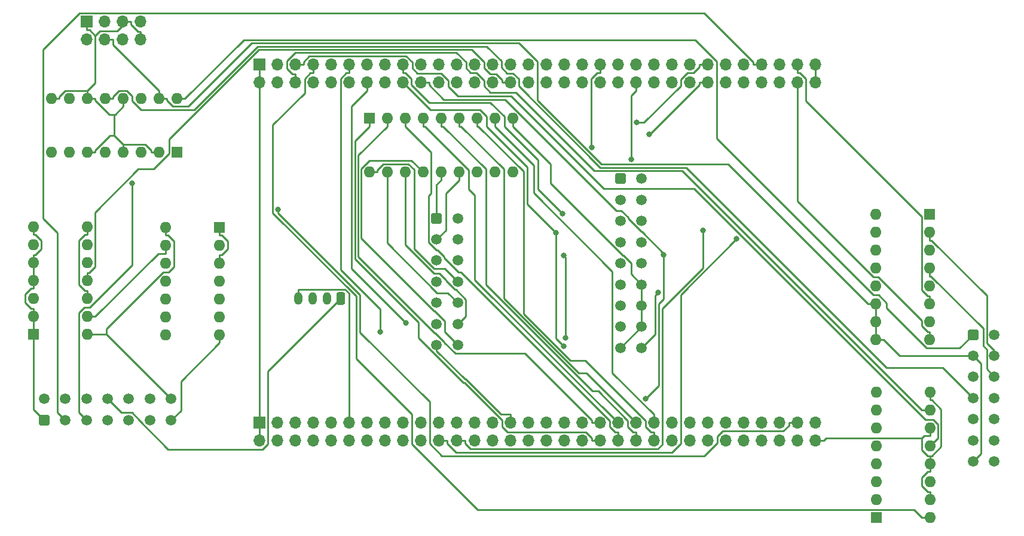
<source format=gbr>
%TF.GenerationSoftware,KiCad,Pcbnew,(6.0.9)*%
%TF.CreationDate,2022-12-05T20:20:54+01:00*%
%TF.ProjectId,projekt,70726f6a-656b-4742-9e6b-696361645f70,rev?*%
%TF.SameCoordinates,Original*%
%TF.FileFunction,Copper,L2,Bot*%
%TF.FilePolarity,Positive*%
%FSLAX46Y46*%
G04 Gerber Fmt 4.6, Leading zero omitted, Abs format (unit mm)*
G04 Created by KiCad (PCBNEW (6.0.9)) date 2022-12-05 20:20:54*
%MOMM*%
%LPD*%
G01*
G04 APERTURE LIST*
G04 Aperture macros list*
%AMRoundRect*
0 Rectangle with rounded corners*
0 $1 Rounding radius*
0 $2 $3 $4 $5 $6 $7 $8 $9 X,Y pos of 4 corners*
0 Add a 4 corners polygon primitive as box body*
4,1,4,$2,$3,$4,$5,$6,$7,$8,$9,$2,$3,0*
0 Add four circle primitives for the rounded corners*
1,1,$1+$1,$2,$3*
1,1,$1+$1,$4,$5*
1,1,$1+$1,$6,$7*
1,1,$1+$1,$8,$9*
0 Add four rect primitives between the rounded corners*
20,1,$1+$1,$2,$3,$4,$5,0*
20,1,$1+$1,$4,$5,$6,$7,0*
20,1,$1+$1,$6,$7,$8,$9,0*
20,1,$1+$1,$8,$9,$2,$3,0*%
G04 Aperture macros list end*
%TA.AperFunction,ComponentPad*%
%ADD10R,1.700000X1.700000*%
%TD*%
%TA.AperFunction,ComponentPad*%
%ADD11O,1.700000X1.700000*%
%TD*%
%TA.AperFunction,ComponentPad*%
%ADD12R,1.600000X1.600000*%
%TD*%
%TA.AperFunction,ComponentPad*%
%ADD13O,1.600000X1.600000*%
%TD*%
%TA.AperFunction,ComponentPad*%
%ADD14RoundRect,0.250000X0.350000X0.650000X-0.350000X0.650000X-0.350000X-0.650000X0.350000X-0.650000X0*%
%TD*%
%TA.AperFunction,ComponentPad*%
%ADD15O,1.200000X1.800000*%
%TD*%
%TA.AperFunction,ComponentPad*%
%ADD16RoundRect,0.250001X-0.499999X0.499999X-0.499999X-0.499999X0.499999X-0.499999X0.499999X0.499999X0*%
%TD*%
%TA.AperFunction,ComponentPad*%
%ADD17C,1.500000*%
%TD*%
%TA.AperFunction,ComponentPad*%
%ADD18RoundRect,0.250001X-0.499999X-0.499999X0.499999X-0.499999X0.499999X0.499999X-0.499999X0.499999X0*%
%TD*%
%TA.AperFunction,ViaPad*%
%ADD19C,0.800000*%
%TD*%
%TA.AperFunction,Conductor*%
%ADD20C,0.250000*%
%TD*%
G04 APERTURE END LIST*
D10*
%TO.P,P2,1,Pin_1*%
%TO.N,+3.3V*%
X58716000Y-83150000D03*
D11*
%TO.P,P2,2,Pin_2*%
X58716000Y-85690000D03*
%TO.P,P2,3,Pin_3*%
%TO.N,unconnected-(P2-Pad3)*%
X61256000Y-83150000D03*
%TO.P,P2,4,Pin_4*%
%TO.N,unconnected-(P2-Pad4)*%
X61256000Y-85690000D03*
%TO.P,P2,5,Pin_5*%
%TO.N,unconnected-(P2-Pad5)*%
X63796000Y-83150000D03*
%TO.P,P2,6,Pin_6*%
%TO.N,unconnected-(P2-Pad6)*%
X63796000Y-85690000D03*
%TO.P,P2,7,Pin_7*%
%TO.N,unconnected-(P2-Pad7)*%
X66336000Y-83150000D03*
%TO.P,P2,8,Pin_8*%
%TO.N,unconnected-(P2-Pad8)*%
X66336000Y-85690000D03*
%TO.P,P2,9,Pin_9*%
%TO.N,unconnected-(P2-Pad9)*%
X68876000Y-83150000D03*
%TO.P,P2,10,Pin_10*%
%TO.N,unconnected-(P2-Pad10)*%
X68876000Y-85690000D03*
%TO.P,P2,11,Pin_11*%
%TO.N,GND*%
X71416000Y-83150000D03*
%TO.P,P2,12,Pin_12*%
%TO.N,unconnected-(P2-Pad12)*%
X71416000Y-85690000D03*
%TO.P,P2,13,Pin_13*%
%TO.N,unconnected-(P2-Pad13)*%
X73956000Y-83150000D03*
%TO.P,P2,14,Pin_14*%
%TO.N,unconnected-(P2-Pad14)*%
X73956000Y-85690000D03*
%TO.P,P2,15,Pin_15*%
%TO.N,unconnected-(P2-Pad15)*%
X76496000Y-83150000D03*
%TO.P,P2,16,Pin_16*%
%TO.N,unconnected-(P2-Pad16)*%
X76496000Y-85690000D03*
%TO.P,P2,17,Pin_17*%
%TO.N,unconnected-(P2-Pad17)*%
X79036000Y-83150000D03*
%TO.P,P2,18,Pin_18*%
%TO.N,unconnected-(P2-Pad18)*%
X79036000Y-85690000D03*
%TO.P,P2,19,Pin_19*%
%TO.N,unconnected-(P2-Pad19)*%
X81576000Y-83150000D03*
%TO.P,P2,20,Pin_20*%
%TO.N,unconnected-(P2-Pad20)*%
X81576000Y-85690000D03*
%TO.P,P2,21,Pin_21*%
%TO.N,unconnected-(P2-Pad21)*%
X84116000Y-83150000D03*
%TO.P,P2,22,Pin_22*%
%TO.N,HSYNC*%
X84116000Y-85690000D03*
%TO.P,P2,23,Pin_23*%
%TO.N,unconnected-(P2-Pad23)*%
X86656000Y-83150000D03*
%TO.P,P2,24,Pin_24*%
%TO.N,PCLK*%
X86656000Y-85690000D03*
%TO.P,P2,25,Pin_25*%
%TO.N,unconnected-(P2-Pad25)*%
X89196000Y-83150000D03*
%TO.P,P2,26,Pin_26*%
%TO.N,unconnected-(P2-Pad26)*%
X89196000Y-85690000D03*
%TO.P,P2,27,Pin_27*%
%TO.N,unconnected-(P2-Pad27)*%
X91736000Y-83150000D03*
%TO.P,P2,28,Pin_28*%
%TO.N,unconnected-(P2-Pad28)*%
X91736000Y-85690000D03*
%TO.P,P2,29,Pin_29*%
%TO.N,GND*%
X94276000Y-83150000D03*
%TO.P,P2,30,Pin_30*%
%TO.N,unconnected-(P2-Pad30)*%
X94276000Y-85690000D03*
%TO.P,P2,31,Pin_31*%
%TO.N,unconnected-(P2-Pad31)*%
X96816000Y-83150000D03*
%TO.P,P2,32,Pin_32*%
%TO.N,unconnected-(P2-Pad32)*%
X96816000Y-85690000D03*
%TO.P,P2,33,Pin_33*%
%TO.N,unconnected-(P2-Pad33)*%
X99356000Y-83150000D03*
%TO.P,P2,34,Pin_34*%
%TO.N,unconnected-(P2-Pad34)*%
X99356000Y-85690000D03*
%TO.P,P2,35,Pin_35*%
%TO.N,unconnected-(P2-Pad35)*%
X101896000Y-83150000D03*
%TO.P,P2,36,Pin_36*%
%TO.N,unconnected-(P2-Pad36)*%
X101896000Y-85690000D03*
%TO.P,P2,37,Pin_37*%
%TO.N,unconnected-(P2-Pad37)*%
X104436000Y-83150000D03*
%TO.P,P2,38,Pin_38*%
%TO.N,unconnected-(P2-Pad38)*%
X104436000Y-85690000D03*
%TO.P,P2,39,Pin_39*%
%TO.N,S1.2*%
X106976000Y-83150000D03*
%TO.P,P2,40,Pin_40*%
%TO.N,S1.1*%
X106976000Y-85690000D03*
%TO.P,P2,41,Pin_41*%
%TO.N,S1.4*%
X109516000Y-83150000D03*
%TO.P,P2,42,Pin_42*%
%TO.N,S1.3*%
X109516000Y-85690000D03*
%TO.P,P2,43,Pin_43*%
%TO.N,S2.2*%
X112056000Y-83150000D03*
%TO.P,P2,44,Pin_44*%
%TO.N,S2.1*%
X112056000Y-85690000D03*
%TO.P,P2,45,Pin_45*%
%TO.N,S2.4*%
X114596000Y-83150000D03*
%TO.P,P2,46,Pin_46*%
%TO.N,S2.3*%
X114596000Y-85690000D03*
%TO.P,P2,47,Pin_47*%
%TO.N,unconnected-(P2-Pad47)*%
X117136000Y-83150000D03*
%TO.P,P2,48,Pin_48*%
%TO.N,unconnected-(P2-Pad48)*%
X117136000Y-85690000D03*
%TO.P,P2,49,Pin_49*%
%TO.N,unconnected-(P2-Pad49)*%
X119676000Y-83150000D03*
%TO.P,P2,50,Pin_50*%
%TO.N,unconnected-(P2-Pad50)*%
X119676000Y-85690000D03*
%TO.P,P2,51,Pin_51*%
%TO.N,unconnected-(P2-Pad51)*%
X122216000Y-83150000D03*
%TO.P,P2,52,Pin_52*%
%TO.N,unconnected-(P2-Pad52)*%
X122216000Y-85690000D03*
%TO.P,P2,53,Pin_53*%
%TO.N,unconnected-(P2-Pad53)*%
X124756000Y-83150000D03*
%TO.P,P2,54,Pin_54*%
%TO.N,unconnected-(P2-Pad54)*%
X124756000Y-85690000D03*
%TO.P,P2,55,Pin_55*%
%TO.N,unconnected-(P2-Pad55)*%
X127296000Y-83150000D03*
%TO.P,P2,56,Pin_56*%
%TO.N,unconnected-(P2-Pad56)*%
X127296000Y-85690000D03*
%TO.P,P2,57,Pin_57*%
%TO.N,unconnected-(P2-Pad57)*%
X129836000Y-83150000D03*
%TO.P,P2,58,Pin_58*%
%TO.N,unconnected-(P2-Pad58)*%
X129836000Y-85690000D03*
%TO.P,P2,59,Pin_59*%
%TO.N,unconnected-(P2-Pad59)*%
X132376000Y-83150000D03*
%TO.P,P2,60,Pin_60*%
%TO.N,unconnected-(P2-Pad60)*%
X132376000Y-85690000D03*
%TO.P,P2,61,Pin_61*%
%TO.N,uCOpt*%
X134916000Y-83150000D03*
%TO.P,P2,62,Pin_62*%
%TO.N,czujnik indukcyjny*%
X134916000Y-85690000D03*
%TO.P,P2,63,Pin_63*%
%TO.N,GND*%
X137456000Y-83150000D03*
%TO.P,P2,64,Pin_64*%
X137456000Y-85690000D03*
%TD*%
D10*
%TO.P,J2,1,Pin_1*%
%TO.N,GND*%
X34300000Y-26269000D03*
D11*
%TO.P,J2,2,Pin_2*%
%TO.N,Net-(J2-Pad2)*%
X34300000Y-28809000D03*
%TO.P,J2,3,Pin_3*%
%TO.N,Net-(J2-Pad3)*%
X36840000Y-26269000D03*
%TO.P,J2,4,Pin_4*%
%TO.N,GNDPWR*%
X36840000Y-28809000D03*
%TO.P,J2,5,Pin_5*%
%TO.N,GND*%
X39380000Y-26269000D03*
%TO.P,J2,6,Pin_6*%
%TO.N,Net-(J2-Pad6)*%
X39380000Y-28809000D03*
%TO.P,J2,7,Pin_7*%
%TO.N,Net-(J2-Pad7)*%
X41920000Y-26269000D03*
%TO.P,J2,8,Pin_8*%
%TO.N,GND*%
X41920000Y-28809000D03*
%TD*%
D10*
%TO.P,P1,1,Pin_1*%
%TO.N,+3.3V*%
X58715000Y-32344000D03*
D11*
%TO.P,P1,2,Pin_2*%
X58715000Y-34884000D03*
%TO.P,P1,3,Pin_3*%
%TO.N,PLC 1*%
X61255000Y-32344000D03*
%TO.P,P1,4,Pin_4*%
%TO.N,PLC4*%
X61255000Y-34884000D03*
%TO.P,P1,5,Pin_5*%
%TO.N,PLC2*%
X63795000Y-32344000D03*
%TO.P,P1,6,Pin_6*%
%TO.N,PLC5*%
X63795000Y-34884000D03*
%TO.P,P1,7,Pin_7*%
%TO.N,PLC3*%
X66335000Y-32344000D03*
%TO.P,P1,8,Pin_8*%
%TO.N,PLC6*%
X66335000Y-34884000D03*
%TO.P,P1,9,Pin_9*%
%TO.N,unconnected-(P1-Pad9)*%
X68875000Y-32344000D03*
%TO.P,P1,10,Pin_10*%
%TO.N,unconnected-(P1-Pad10)*%
X68875000Y-34884000D03*
%TO.P,P1,11,Pin_11*%
%TO.N,D7*%
X71415000Y-32344000D03*
%TO.P,P1,12,Pin_12*%
%TO.N,unconnected-(P1-Pad12)*%
X71415000Y-34884000D03*
%TO.P,P1,13,Pin_13*%
%TO.N,unconnected-(P1-Pad13)*%
X73955000Y-32344000D03*
%TO.P,P1,14,Pin_14*%
%TO.N,D6*%
X73955000Y-34884000D03*
%TO.P,P1,15,Pin_15*%
%TO.N,unconnected-(P1-Pad15)*%
X76495000Y-32344000D03*
%TO.P,P1,16,Pin_16*%
%TO.N,unconnected-(P1-Pad16)*%
X76495000Y-34884000D03*
%TO.P,P1,17,Pin_17*%
%TO.N,D2*%
X79035000Y-32344000D03*
%TO.P,P1,18,Pin_18*%
%TO.N,D3*%
X79035000Y-34884000D03*
%TO.P,P1,19,Pin_19*%
%TO.N,SCL*%
X81575000Y-32344000D03*
%TO.P,P1,20,Pin_20*%
%TO.N,SDA*%
X81575000Y-34884000D03*
%TO.P,P1,21,Pin_21*%
%TO.N,unconnected-(P1-Pad21)*%
X84115000Y-32344000D03*
%TO.P,P1,22,Pin_22*%
%TO.N,unconnected-(P1-Pad22)*%
X84115000Y-34884000D03*
%TO.P,P1,23,Pin_23*%
%TO.N,unconnected-(P1-Pad23)*%
X86655000Y-32344000D03*
%TO.P,P1,24,Pin_24*%
%TO.N,unconnected-(P1-Pad24)*%
X86655000Y-34884000D03*
%TO.P,P1,25,Pin_25*%
%TO.N,unconnected-(P1-Pad25)*%
X89195000Y-32344000D03*
%TO.P,P1,26,Pin_26*%
%TO.N,unconnected-(P1-Pad26)*%
X89195000Y-34884000D03*
%TO.P,P1,27,Pin_27*%
%TO.N,Net-(P1-Pad27)*%
X91735000Y-32344000D03*
%TO.P,P1,28,Pin_28*%
%TO.N,unconnected-(P1-Pad28)*%
X91735000Y-34884000D03*
%TO.P,P1,29,Pin_29*%
%TO.N,unconnected-(P1-Pad29)*%
X94275000Y-32344000D03*
%TO.P,P1,30,Pin_30*%
%TO.N,PG14*%
X94275000Y-34884000D03*
%TO.P,P1,31,Pin_31*%
%TO.N,unconnected-(P1-Pad31)*%
X96815000Y-32344000D03*
%TO.P,P1,32,Pin_32*%
%TO.N,unconnected-(P1-Pad32)*%
X96815000Y-34884000D03*
%TO.P,P1,33,Pin_33*%
%TO.N,unconnected-(P1-Pad33)*%
X99355000Y-32344000D03*
%TO.P,P1,34,Pin_34*%
%TO.N,unconnected-(P1-Pad34)*%
X99355000Y-34884000D03*
%TO.P,P1,35,Pin_35*%
%TO.N,unconnected-(P1-Pad35)*%
X101895000Y-32344000D03*
%TO.P,P1,36,Pin_36*%
%TO.N,unconnected-(P1-Pad36)*%
X101895000Y-34884000D03*
%TO.P,P1,37,Pin_37*%
%TO.N,unconnected-(P1-Pad37)*%
X104435000Y-32344000D03*
%TO.P,P1,38,Pin_38*%
%TO.N,unconnected-(P1-Pad38)*%
X104435000Y-34884000D03*
%TO.P,P1,39,Pin_39*%
%TO.N,D5*%
X106975000Y-32344000D03*
%TO.P,P1,40,Pin_40*%
%TO.N,unconnected-(P1-Pad40)*%
X106975000Y-34884000D03*
%TO.P,P1,41,Pin_41*%
%TO.N,unconnected-(P1-Pad41)*%
X109515000Y-32344000D03*
%TO.P,P1,42,Pin_42*%
%TO.N,unconnected-(P1-Pad42)*%
X109515000Y-34884000D03*
%TO.P,P1,43,Pin_43*%
%TO.N,unconnected-(P1-Pad43)*%
X112055000Y-32344000D03*
%TO.P,P1,44,Pin_44*%
%TO.N,D4*%
X112055000Y-34884000D03*
%TO.P,P1,45,Pin_45*%
%TO.N,unconnected-(P1-Pad45)*%
X114595000Y-32344000D03*
%TO.P,P1,46,Pin_46*%
%TO.N,unconnected-(P1-Pad46)*%
X114595000Y-34884000D03*
%TO.P,P1,47,Pin_47*%
%TO.N,unconnected-(P1-Pad47)*%
X117135000Y-32344000D03*
%TO.P,P1,48,Pin_48*%
%TO.N,unconnected-(P1-Pad48)*%
X117135000Y-34884000D03*
%TO.P,P1,49,Pin_49*%
%TO.N,unconnected-(P1-Pad49)*%
X119675000Y-32344000D03*
%TO.P,P1,50,Pin_50*%
%TO.N,unconnected-(P1-Pad50)*%
X119675000Y-34884000D03*
%TO.P,P1,51,Pin_51*%
%TO.N,D1*%
X122215000Y-32344000D03*
%TO.P,P1,52,Pin_52*%
%TO.N,D0*%
X122215000Y-34884000D03*
%TO.P,P1,53,Pin_53*%
%TO.N,unconnected-(P1-Pad53)*%
X124755000Y-32344000D03*
%TO.P,P1,54,Pin_54*%
%TO.N,unconnected-(P1-Pad54)*%
X124755000Y-34884000D03*
%TO.P,P1,55,Pin_55*%
%TO.N,unconnected-(P1-Pad55)*%
X127295000Y-32344000D03*
%TO.P,P1,56,Pin_56*%
%TO.N,unconnected-(P1-Pad56)*%
X127295000Y-34884000D03*
%TO.P,P1,57,Pin_57*%
%TO.N,PWM*%
X129835000Y-32344000D03*
%TO.P,P1,58,Pin_58*%
%TO.N,unconnected-(P1-Pad58)*%
X129835000Y-34884000D03*
%TO.P,P1,59,Pin_59*%
%TO.N,reserved*%
X132375000Y-32344000D03*
%TO.P,P1,60,Pin_60*%
%TO.N,unconnected-(P1-Pad60)*%
X132375000Y-34884000D03*
%TO.P,P1,61,Pin_61*%
%TO.N,uCksztLSB*%
X134915000Y-32344000D03*
%TO.P,P1,62,Pin_62*%
%TO.N,uCksztMSB*%
X134915000Y-34884000D03*
%TO.P,P1,63,Pin_63*%
%TO.N,GND*%
X137455000Y-32344000D03*
%TO.P,P1,64,Pin_64*%
X137455000Y-34884000D03*
%TD*%
D12*
%TO.P,U7,1,I1*%
%TO.N,S1.1*%
X74295000Y-39979600D03*
D13*
%TO.P,U7,2,I2*%
%TO.N,S1.2*%
X76835000Y-39979600D03*
%TO.P,U7,3,I3*%
%TO.N,S1.3*%
X79375000Y-39979600D03*
%TO.P,U7,4,I4*%
%TO.N,S1.4*%
X81915000Y-39979600D03*
%TO.P,U7,5,I5*%
%TO.N,S2.1*%
X84455000Y-39979600D03*
%TO.P,U7,6,I6*%
%TO.N,S2.2*%
X86995000Y-39979600D03*
%TO.P,U7,7,I7*%
%TO.N,S2.3*%
X89535000Y-39979600D03*
%TO.P,U7,8,I8*%
%TO.N,S2.4*%
X92075000Y-39979600D03*
%TO.P,U7,9,GND*%
%TO.N,GND*%
X94615000Y-39979600D03*
%TO.P,U7,10,COM*%
%TO.N,+12V*%
X94615000Y-47599600D03*
%TO.P,U7,11,O8*%
%TO.N,Net-(J5-Pad4)*%
X92075000Y-47599600D03*
%TO.P,U7,12,O7*%
%TO.N,Net-(J5-Pad3)*%
X89535000Y-47599600D03*
%TO.P,U7,13,O6*%
%TO.N,Net-(J5-Pad2)*%
X86995000Y-47599600D03*
%TO.P,U7,14,O5*%
%TO.N,Net-(J5-Pad1)*%
X84455000Y-47599600D03*
%TO.P,U7,15,O4*%
%TO.N,Net-(J5-Pad14)*%
X81915000Y-47599600D03*
%TO.P,U7,16,O3*%
%TO.N,Net-(J5-Pad13)*%
X79375000Y-47599600D03*
%TO.P,U7,17,O2*%
%TO.N,Net-(J5-Pad12)*%
X76835000Y-47599600D03*
%TO.P,U7,18,O1*%
%TO.N,Net-(J5-Pad11)*%
X74295000Y-47599600D03*
%TD*%
D12*
%TO.P,U1,1,1A*%
%TO.N,GND*%
X53101400Y-55417800D03*
D13*
%TO.P,U1,2,1Y*%
%TO.N,unconnected-(U1-Pad2)*%
X53101400Y-57957800D03*
%TO.P,U1,3,2A*%
%TO.N,GND*%
X53101400Y-60497800D03*
%TO.P,U1,4,2Y*%
%TO.N,unconnected-(U1-Pad4)*%
X53101400Y-63037800D03*
%TO.P,U1,5,3A*%
%TO.N,GND*%
X53101400Y-65577800D03*
%TO.P,U1,6,3Y*%
%TO.N,unconnected-(U1-Pad6)*%
X53101400Y-68117800D03*
%TO.P,U1,7,GND*%
%TO.N,GND*%
X53101400Y-70657800D03*
%TO.P,U1,8,4Y*%
%TO.N,unconnected-(U1-Pad8)*%
X45481400Y-70657800D03*
%TO.P,U1,9,4A*%
%TO.N,GND*%
X45481400Y-68117800D03*
%TO.P,U1,10,5Y*%
%TO.N,unconnected-(U1-Pad10)*%
X45481400Y-65577800D03*
%TO.P,U1,11,5A*%
%TO.N,GND*%
X45481400Y-63037800D03*
%TO.P,U1,12,6Y*%
%TO.N,Net-(U1-Pad12)*%
X45481400Y-60497800D03*
%TO.P,U1,13,6A*%
%TO.N,PG13*%
X45481400Y-57957800D03*
%TO.P,U1,14,VCC*%
%TO.N,+5V*%
X45481400Y-55417800D03*
%TD*%
D12*
%TO.P,U6,1,1A*%
%TO.N,Net-(R13-Pad2)*%
X146085400Y-96606600D03*
D13*
%TO.P,U6,2,1K*%
%TO.N,Net-(J1-Pad14)*%
X146085400Y-94066600D03*
%TO.P,U6,3,2A*%
%TO.N,Net-(R14-Pad2)*%
X146085400Y-91526600D03*
%TO.P,U6,4,2K*%
%TO.N,Net-(J1-Pad13)*%
X146085400Y-88986600D03*
%TO.P,U6,5,3A*%
%TO.N,Net-(R15-Pad2)*%
X146085400Y-86446600D03*
%TO.P,U6,6,3K*%
%TO.N,Net-(J1-Pad12)*%
X146085400Y-83906600D03*
%TO.P,U6,7,4A*%
%TO.N,Net-(R16-Pad2)*%
X146085400Y-81366600D03*
%TO.P,U6,8,4K*%
%TO.N,Net-(J1-Pad11)*%
X146085400Y-78826600D03*
%TO.P,U6,9,1E*%
%TO.N,GND*%
X153705400Y-78826600D03*
%TO.P,U6,10,1C*%
%TO.N,PLC5*%
X153705400Y-81366600D03*
%TO.P,U6,11,2E*%
%TO.N,GND*%
X153705400Y-83906600D03*
%TO.P,U6,12,2C*%
%TO.N,PLC2*%
X153705400Y-86446600D03*
%TO.P,U6,13,3E*%
%TO.N,GND*%
X153705400Y-88986600D03*
%TO.P,U6,14*%
%TO.N,N/C*%
X153705400Y-91526600D03*
%TO.P,U6,15,4E*%
%TO.N,GND*%
X153705400Y-94066600D03*
%TO.P,U6,16,4C*%
%TO.N,PLC3*%
X153705400Y-96606600D03*
%TD*%
D14*
%TO.P,J6,1,Pin_1*%
%TO.N,+12V*%
X70281800Y-65481200D03*
D15*
%TO.P,J6,2,Pin_2*%
%TO.N,+5V*%
X68281800Y-65481200D03*
%TO.P,J6,3,Pin_3*%
%TO.N,unconnected-(J6-Pad3)*%
X66281800Y-65481200D03*
%TO.P,J6,4,Pin_4*%
%TO.N,GND*%
X64281800Y-65481200D03*
%TD*%
D16*
%TO.P,J4,1,Pin_1*%
%TO.N,Net-(J4-Pad1)*%
X109880000Y-48534000D03*
D17*
%TO.P,J4,2,Pin_2*%
%TO.N,Net-(J4-Pad2)*%
X109880000Y-51534000D03*
%TO.P,J4,3,Pin_3*%
%TO.N,Net-(J4-Pad3)*%
X109880000Y-54534000D03*
%TO.P,J4,4,Pin_4*%
%TO.N,Net-(J4-Pad4)*%
X109880000Y-57534000D03*
%TO.P,J4,5,Pin_5*%
%TO.N,Net-(J4-Pad5)*%
X109880000Y-60534000D03*
%TO.P,J4,6,Pin_6*%
%TO.N,Net-(J4-Pad6)*%
X109880000Y-63534000D03*
%TO.P,J4,7,Pin_7*%
%TO.N,Net-(J4-Pad7)*%
X109880000Y-66534000D03*
%TO.P,J4,8,Pin_8*%
%TO.N,Net-(J4-Pad8)*%
X109880000Y-69534000D03*
%TO.P,J4,9,Pin_9*%
%TO.N,GND*%
X109880000Y-72534000D03*
%TO.P,J4,10,Pin_10*%
%TO.N,Net-(J4-Pad10)*%
X112880000Y-48534000D03*
%TO.P,J4,11,Pin_11*%
%TO.N,Net-(J4-Pad11)*%
X112880000Y-51534000D03*
%TO.P,J4,12,Pin_12*%
%TO.N,Net-(J4-Pad12)*%
X112880000Y-54534000D03*
%TO.P,J4,13,Pin_13*%
%TO.N,Net-(J4-Pad13)*%
X112880000Y-57534000D03*
%TO.P,J4,14,Pin_14*%
%TO.N,Net-(J4-Pad14)*%
X112880000Y-60534000D03*
%TO.P,J4,15,Pin_15*%
%TO.N,GND*%
X112880000Y-63534000D03*
%TO.P,J4,16,Pin_16*%
X112880000Y-66534000D03*
%TO.P,J4,17,Pin_17*%
X112880000Y-69534000D03*
%TO.P,J4,18,Pin_18*%
%TO.N,+3.3V*%
X112880000Y-72534000D03*
%TD*%
D16*
%TO.P,J5,1,Pin_1*%
%TO.N,Net-(J5-Pad1)*%
X83840000Y-54134000D03*
D17*
%TO.P,J5,2,Pin_2*%
%TO.N,Net-(J5-Pad2)*%
X83840000Y-57134000D03*
%TO.P,J5,3,Pin_3*%
%TO.N,Net-(J5-Pad3)*%
X83840000Y-60134000D03*
%TO.P,J5,4,Pin_4*%
%TO.N,Net-(J5-Pad4)*%
X83840000Y-63134000D03*
%TO.P,J5,5,Pin_5*%
%TO.N,Net-(J5-Pad5)*%
X83840000Y-66134000D03*
%TO.P,J5,6,Pin_6*%
%TO.N,unconnected-(J5-Pad6)*%
X83840000Y-69134000D03*
%TO.P,J5,7,Pin_7*%
%TO.N,GND*%
X83840000Y-72134000D03*
%TO.P,J5,8,Pin_8*%
%TO.N,+12V*%
X86840000Y-54134000D03*
%TO.P,J5,9,Pin_9*%
%TO.N,unconnected-(J5-Pad9)*%
X86840000Y-57134000D03*
%TO.P,J5,10,Pin_10*%
%TO.N,unconnected-(J5-Pad10)*%
X86840000Y-60134000D03*
%TO.P,J5,11,Pin_11*%
%TO.N,Net-(J5-Pad11)*%
X86840000Y-63134000D03*
%TO.P,J5,12,Pin_12*%
%TO.N,Net-(J5-Pad12)*%
X86840000Y-66134000D03*
%TO.P,J5,13,Pin_13*%
%TO.N,Net-(J5-Pad13)*%
X86840000Y-69134000D03*
%TO.P,J5,14,Pin_14*%
%TO.N,Net-(J5-Pad14)*%
X86840000Y-72134000D03*
%TD*%
D12*
%TO.P,U3,1,1A*%
%TO.N,Net-(R26-Pad2)*%
X153660000Y-53609000D03*
D13*
%TO.P,U3,2,1K*%
%TO.N,+5V*%
X153660000Y-56149000D03*
%TO.P,U3,3,2A*%
%TO.N,Net-(R27-Pad2)*%
X153660000Y-58689000D03*
%TO.P,U3,4,2K*%
%TO.N,Net-(J1-Pad10)*%
X153660000Y-61229000D03*
%TO.P,U3,5,3A*%
%TO.N,Net-(R28-Pad2)*%
X153660000Y-63769000D03*
%TO.P,U3,6,3K*%
%TO.N,uCksztLSB*%
X153660000Y-66309000D03*
%TO.P,U3,7,4A*%
%TO.N,Net-(R29-Pad2)*%
X153660000Y-68849000D03*
%TO.P,U3,8,4K*%
%TO.N,uCksztMSB*%
X153660000Y-71389000D03*
%TO.P,U3,9,1E*%
%TO.N,GNDPWR*%
X146040000Y-71389000D03*
%TO.P,U3,10,1C*%
X146040000Y-68849000D03*
%TO.P,U3,11,2E*%
X146040000Y-66309000D03*
%TO.P,U3,12,2C*%
%TO.N,Net-(R46-Pad1)*%
X146040000Y-63769000D03*
%TO.P,U3,13,3E*%
%TO.N,GND*%
X146040000Y-61229000D03*
%TO.P,U3,14*%
%TO.N,N/C*%
X146040000Y-58689000D03*
%TO.P,U3,15,4E*%
%TO.N,GND*%
X146040000Y-56149000D03*
%TO.P,U3,16,4C*%
%TO.N,PLC1*%
X146040000Y-53609000D03*
%TD*%
D18*
%TO.P,J7,1,Pin_1*%
%TO.N,GND*%
X28244800Y-82778600D03*
D17*
%TO.P,J7,2,Pin_2*%
%TO.N,PWM*%
X31244800Y-82778600D03*
%TO.P,J7,3,Pin_3*%
%TO.N,czujnik optyczny*%
X34244800Y-82778600D03*
%TO.P,J7,4,Pin_4*%
%TO.N,GND*%
X37244800Y-82778600D03*
%TO.P,J7,5,Pin_5*%
%TO.N,unconnected-(J7-Pad5)*%
X40244800Y-82778600D03*
%TO.P,J7,6,Pin_6*%
%TO.N,UART*%
X43244800Y-82778600D03*
%TO.P,J7,7,Pin_7*%
%TO.N,GND*%
X46244800Y-82778600D03*
%TO.P,J7,8,Pin_8*%
%TO.N,+12V*%
X28244800Y-79778600D03*
%TO.P,J7,9,Pin_9*%
%TO.N,unconnected-(J7-Pad9)*%
X31244800Y-79778600D03*
%TO.P,J7,10,Pin_10*%
%TO.N,unconnected-(J7-Pad10)*%
X34244800Y-79778600D03*
%TO.P,J7,11,Pin_11*%
%TO.N,+12V*%
X37244800Y-79778600D03*
%TO.P,J7,12,Pin_12*%
%TO.N,unconnected-(J7-Pad12)*%
X40244800Y-79778600D03*
%TO.P,J7,13,Pin_13*%
%TO.N,unconnected-(J7-Pad13)*%
X43244800Y-79778600D03*
%TO.P,J7,14,Pin_14*%
%TO.N,+5V*%
X46244800Y-79778600D03*
%TD*%
D12*
%TO.P,U4,1,1A*%
%TO.N,Net-(R34-Pad1)*%
X47076600Y-44770200D03*
D13*
%TO.P,U4,2,1K*%
%TO.N,GND*%
X44536600Y-44770200D03*
%TO.P,U4,3,2A*%
%TO.N,Net-(R35-Pad1)*%
X41996600Y-44770200D03*
%TO.P,U4,4,2K*%
%TO.N,GND*%
X39456600Y-44770200D03*
%TO.P,U4,5,3A*%
%TO.N,Net-(R36-Pad1)*%
X36916600Y-44770200D03*
%TO.P,U4,6,3K*%
%TO.N,GND*%
X34376600Y-44770200D03*
%TO.P,U4,7,4A*%
%TO.N,Net-(R37-Pad1)*%
X31836600Y-44770200D03*
%TO.P,U4,8,4K*%
%TO.N,unconnected-(U4-Pad8)*%
X29296600Y-44770200D03*
%TO.P,U4,9,1E*%
%TO.N,GND*%
X29296600Y-37150200D03*
%TO.P,U4,10,1C*%
%TO.N,Net-(R12-Pad2)*%
X31836600Y-37150200D03*
%TO.P,U4,11,2E*%
%TO.N,GND*%
X34376600Y-37150200D03*
%TO.P,U4,12,2C*%
%TO.N,Net-(J1-Pad4)*%
X36916600Y-37150200D03*
%TO.P,U4,13,3E*%
%TO.N,GND*%
X39456600Y-37150200D03*
%TO.P,U4,14,3C*%
%TO.N,uCOpt*%
X41996600Y-37150200D03*
%TO.P,U4,15,4E*%
%TO.N,GNDPWR*%
X44536600Y-37150200D03*
%TO.P,U4,16,4C*%
%TO.N,Net-(J1-Pad1)*%
X47076600Y-37150200D03*
%TD*%
D16*
%TO.P,J1,1,Pin_1*%
%TO.N,Net-(J1-Pad1)*%
X159840000Y-70646000D03*
D17*
%TO.P,J1,2,Pin_2*%
%TO.N,GNDPWR*%
X159840000Y-73646000D03*
%TO.P,J1,3,Pin_3*%
%TO.N,+5V*%
X159840000Y-76646000D03*
%TO.P,J1,4,Pin_4*%
%TO.N,Net-(J1-Pad4)*%
X159840000Y-79646000D03*
%TO.P,J1,5,Pin_5*%
%TO.N,unconnected-(J1-Pad5)*%
X159840000Y-82646000D03*
%TO.P,J1,6,Pin_6*%
%TO.N,unconnected-(J1-Pad6)*%
X159840000Y-85646000D03*
%TO.P,J1,7,Pin_7*%
%TO.N,GNDPWR*%
X159840000Y-88646000D03*
%TO.P,J1,8,Pin_8*%
%TO.N,VDD*%
X162840000Y-70646000D03*
%TO.P,J1,9,Pin_9*%
%TO.N,+5V*%
X162840000Y-73646000D03*
%TO.P,J1,10,Pin_10*%
%TO.N,Net-(J1-Pad10)*%
X162840000Y-76646000D03*
%TO.P,J1,11,Pin_11*%
%TO.N,Net-(J1-Pad11)*%
X162840000Y-79646000D03*
%TO.P,J1,12,Pin_12*%
%TO.N,Net-(J1-Pad12)*%
X162840000Y-82646000D03*
%TO.P,J1,13,Pin_13*%
%TO.N,Net-(J1-Pad13)*%
X162840000Y-85646000D03*
%TO.P,J1,14,Pin_14*%
%TO.N,Net-(J1-Pad14)*%
X162840000Y-88646000D03*
%TD*%
D12*
%TO.P,U5,1,1OE*%
%TO.N,GND*%
X26705400Y-70591600D03*
D13*
%TO.P,U5,2,1A*%
X26705400Y-68051600D03*
%TO.P,U5,3,1Y*%
%TO.N,unconnected-(U5-Pad3)*%
X26705400Y-65511600D03*
%TO.P,U5,4,2OE*%
%TO.N,GND*%
X26705400Y-62971600D03*
%TO.P,U5,5,2A*%
X26705400Y-60431600D03*
%TO.P,U5,6,2Y*%
%TO.N,unconnected-(U5-Pad6)*%
X26705400Y-57891600D03*
%TO.P,U5,7,GND*%
%TO.N,GND*%
X26705400Y-55351600D03*
%TO.P,U5,8,3Y*%
%TO.N,Net-(D12-Pad3)*%
X34325400Y-55351600D03*
%TO.P,U5,9,3A*%
%TO.N,PG9*%
X34325400Y-57891600D03*
%TO.P,U5,10,3OE*%
%TO.N,Net-(U1-Pad12)*%
X34325400Y-60431600D03*
%TO.P,U5,11,4Y*%
%TO.N,PG14*%
X34325400Y-62971600D03*
%TO.P,U5,12,4A*%
%TO.N,Net-(D12-Pad3)*%
X34325400Y-65511600D03*
%TO.P,U5,13,4OE*%
%TO.N,PG13*%
X34325400Y-68051600D03*
%TO.P,U5,14,VCC*%
%TO.N,+5V*%
X34325400Y-70591600D03*
%TD*%
D19*
%TO.N,+3.3V*%
X115252900Y-64687100D03*
%TO.N,D3*%
X101802100Y-72308300D03*
X100709400Y-56216100D03*
%TO.N,D4*%
X102108700Y-71082100D03*
X101851600Y-59435500D03*
X111380100Y-45774500D03*
%TO.N,D2*%
X101646400Y-53469600D03*
%TO.N,D5*%
X105843100Y-44063800D03*
%TO.N,D1*%
X112170400Y-40554100D03*
%TO.N,D6*%
X79478500Y-69025300D03*
%TO.N,D0*%
X113914200Y-42246700D03*
%TO.N,D7*%
X75811300Y-70225700D03*
%TO.N,HSYNC*%
X126332300Y-57074500D03*
%TO.N,PCLK*%
X121608400Y-55858700D03*
%TO.N,SDA*%
X113434900Y-79737800D03*
X116002400Y-59378700D03*
%TO.N,czujnik optyczny*%
X40677700Y-49172500D03*
%TO.N,uCOpt*%
X61403400Y-52910600D03*
%TD*%
D20*
%TO.N,+5V*%
X45104100Y-61767800D02*
X37057800Y-69814100D01*
X34325400Y-70591600D02*
X37057800Y-70591600D01*
X161764700Y-71830900D02*
X161764700Y-65097700D01*
X162840000Y-73646000D02*
X162840000Y-72906200D01*
X153660000Y-56149000D02*
X153660000Y-57274300D01*
X45481400Y-55417800D02*
X45481400Y-56543100D01*
X45762700Y-56543100D02*
X46607500Y-57387900D01*
X153941300Y-57274300D02*
X153660000Y-57274300D01*
X162840000Y-72906200D02*
X161764700Y-71830900D01*
X46607500Y-57387900D02*
X46607500Y-61012500D01*
X37057800Y-70591600D02*
X46244800Y-79778600D01*
X37057800Y-69814100D02*
X37057800Y-70591600D01*
X45852200Y-61767800D02*
X45104100Y-61767800D01*
X46607500Y-61012500D02*
X45852200Y-61767800D01*
X161764700Y-65097700D02*
X153941300Y-57274300D01*
X45481400Y-56543100D02*
X45762700Y-56543100D01*
%TO.N,GND*%
X38192900Y-39413800D02*
X37517100Y-39413800D01*
X26986800Y-59306300D02*
X26705400Y-59306300D01*
X34376600Y-36024900D02*
X35475300Y-34926200D01*
X53101400Y-59372500D02*
X53382700Y-59372500D01*
X27830700Y-58462400D02*
X26986800Y-59306300D01*
X71416000Y-64799700D02*
X71416000Y-83150000D01*
X99964200Y-46454100D02*
X94615000Y-41104900D01*
X155288900Y-81254100D02*
X153986700Y-79951900D01*
X35475300Y-28252200D02*
X34667400Y-27444300D01*
X152580100Y-90955800D02*
X153424000Y-90111900D01*
X87853800Y-76982600D02*
X87947896Y-76982600D01*
X26705400Y-62971600D02*
X26705400Y-64096900D01*
X38624200Y-27612500D02*
X36115000Y-27612500D01*
X34376600Y-44770200D02*
X35501900Y-44770200D01*
X26705400Y-55351600D02*
X26705400Y-56476900D01*
X43411300Y-44488800D02*
X42567400Y-43644900D01*
X153705400Y-83906600D02*
X153705400Y-85031900D01*
X34376600Y-36024900D02*
X31265900Y-36024900D01*
X53101400Y-55417800D02*
X53101400Y-56543100D01*
X35501900Y-44488900D02*
X37609600Y-42381200D01*
X26705400Y-70591600D02*
X26705400Y-81239200D01*
X26705400Y-64096900D02*
X26424000Y-64096900D01*
X70851000Y-64234700D02*
X71416000Y-64799700D01*
X26424000Y-66926300D02*
X26705400Y-66926300D01*
X31265900Y-36024900D02*
X30421900Y-36868900D01*
X110344200Y-59458600D02*
X110248700Y-59458600D01*
X34376600Y-37150200D02*
X35501900Y-37150200D01*
X64281800Y-64255900D02*
X64303000Y-64234700D01*
X112880000Y-66534000D02*
X112880000Y-63534000D01*
X38192900Y-42381200D02*
X39456600Y-43644900D01*
X26705400Y-67488900D02*
X26705400Y-66926300D01*
X29296600Y-37150200D02*
X30421900Y-37150200D01*
X137456000Y-85690000D02*
X138631300Y-85690000D01*
X27830700Y-57320900D02*
X27830700Y-58462400D01*
X54226700Y-57387000D02*
X53382800Y-56543100D01*
X39967700Y-26269000D02*
X38624200Y-27612500D01*
X25580100Y-66082400D02*
X26424000Y-66926300D01*
X110248700Y-59458600D02*
X99964200Y-49174100D01*
X26424000Y-64096900D02*
X25580100Y-64940800D01*
X153986700Y-79951900D02*
X153705400Y-79951900D01*
X94276000Y-81974700D02*
X94276000Y-83150000D01*
X39456600Y-44770200D02*
X39456600Y-43644900D01*
X26705400Y-67488900D02*
X26705400Y-68051600D01*
X40555300Y-26636300D02*
X40555300Y-26269000D01*
X26705400Y-68051600D02*
X26705400Y-70591600D01*
X153705400Y-87861300D02*
X153986700Y-87861300D01*
X112880000Y-66534000D02*
X112880000Y-69534000D01*
X46244800Y-82778600D02*
X47620900Y-81402500D01*
X153986700Y-87861300D02*
X155288900Y-86559100D01*
X83840000Y-72134000D02*
X83840000Y-72968800D01*
X36115000Y-27612500D02*
X35475300Y-28252200D01*
X153705400Y-88986600D02*
X153705400Y-90111900D01*
X53101400Y-60497800D02*
X53101400Y-59372500D01*
X137455000Y-32344000D02*
X137455000Y-34884000D01*
X26705400Y-60431600D02*
X26705400Y-59306300D01*
X153424000Y-87861300D02*
X153705400Y-87861300D01*
X26705400Y-60431600D02*
X26705400Y-62971600D01*
X41920000Y-27633700D02*
X41552700Y-27633700D01*
X25580100Y-64940800D02*
X25580100Y-66082400D01*
X26705400Y-81239200D02*
X28244800Y-82778600D01*
X64281800Y-65481200D02*
X64281800Y-64255900D01*
X26705400Y-56476900D02*
X26986700Y-56476900D01*
X41920000Y-28809000D02*
X41920000Y-27633700D01*
X92939996Y-81974700D02*
X94276000Y-81974700D01*
X42567400Y-43644900D02*
X39456600Y-43644900D01*
X152580100Y-85321200D02*
X152580100Y-87017400D01*
X111380000Y-60494400D02*
X110344200Y-59458600D01*
X34376600Y-37150200D02*
X34376600Y-36024900D01*
X153705400Y-88986600D02*
X153705400Y-87861300D01*
X87947896Y-76982600D02*
X92939996Y-81974700D01*
X35475300Y-34926200D02*
X35475300Y-28252200D01*
X138631300Y-85690000D02*
X139000100Y-85321200D01*
X38318300Y-39413800D02*
X38192900Y-39413800D01*
X111380000Y-62034000D02*
X111380000Y-60494400D01*
X153424100Y-92941300D02*
X152580100Y-92097300D01*
X41552700Y-27633700D02*
X40555300Y-26636300D01*
X39456600Y-37150200D02*
X39456600Y-38275500D01*
X38192900Y-42381200D02*
X38192900Y-39413800D01*
X53382800Y-56543100D02*
X53101400Y-56543100D01*
X153705400Y-94066600D02*
X153705400Y-92941300D01*
X83840000Y-72968800D02*
X87853800Y-76982600D01*
X139000100Y-85321200D02*
X152580100Y-85321200D01*
X53382700Y-59372500D02*
X54226700Y-58528500D01*
X39967700Y-26269000D02*
X40555300Y-26269000D01*
X64303000Y-64234700D02*
X70851000Y-64234700D01*
X30421900Y-36868900D02*
X30421900Y-37150200D01*
X35501900Y-44770200D02*
X35501900Y-44488900D01*
X47620900Y-81402500D02*
X47620900Y-77263600D01*
X153705400Y-85031900D02*
X152869400Y-85031900D01*
X54226700Y-58528500D02*
X54226700Y-57387000D01*
X47620900Y-77263600D02*
X53101400Y-71783100D01*
X35501900Y-37398600D02*
X35501900Y-37150200D01*
X34667400Y-27444300D02*
X34300000Y-27444300D01*
X99964200Y-49174100D02*
X99964200Y-46454100D01*
X37517100Y-39413800D02*
X35501900Y-37398600D01*
X37609600Y-42381200D02*
X38192900Y-42381200D01*
X26986700Y-56476900D02*
X27830700Y-57320900D01*
X152869400Y-85031900D02*
X152580100Y-85321200D01*
X112880000Y-63534000D02*
X111380000Y-62034000D01*
X153424000Y-90111900D02*
X153705400Y-90111900D01*
X39380000Y-26269000D02*
X39967700Y-26269000D01*
X155288900Y-86559100D02*
X155288900Y-81254100D01*
X153705400Y-78826600D02*
X153705400Y-79951900D01*
X53101400Y-70657800D02*
X53101400Y-71783100D01*
X109880000Y-72534000D02*
X112880000Y-69534000D01*
X153705400Y-92941300D02*
X153424100Y-92941300D01*
X152580100Y-87017400D02*
X153424000Y-87861300D01*
X39456600Y-38275500D02*
X38318300Y-39413800D01*
X152580100Y-92097300D02*
X152580100Y-90955800D01*
X34300000Y-26269000D02*
X34300000Y-27444300D01*
X94615000Y-39979600D02*
X94615000Y-41104900D01*
X43411300Y-44770200D02*
X43411300Y-44488800D01*
X44536600Y-44770200D02*
X43411300Y-44770200D01*
%TO.N,+12V*%
X59891400Y-86180600D02*
X59891400Y-75871600D01*
X40694300Y-81703200D02*
X41744800Y-82753700D01*
X45834200Y-86923100D02*
X59148900Y-86923100D01*
X37244800Y-79778600D02*
X39169400Y-81703200D01*
X59148900Y-86923100D02*
X59891400Y-86180600D01*
X39169400Y-81703200D02*
X40694300Y-81703200D01*
X59891400Y-75871600D02*
X70281800Y-65481200D01*
X41744800Y-82833700D02*
X45834200Y-86923100D01*
X41744800Y-82753700D02*
X41744800Y-82833700D01*
%TO.N,+3.3V*%
X58715000Y-34884000D02*
X58715000Y-36059300D01*
X58716000Y-83150000D02*
X58716000Y-81974700D01*
X114802600Y-70611400D02*
X112880000Y-72534000D01*
X58715000Y-81973700D02*
X58715000Y-36059300D01*
X114802600Y-65137400D02*
X114802600Y-70611400D01*
X58716000Y-85690000D02*
X58716000Y-83150000D01*
X58715000Y-32344000D02*
X58715000Y-34884000D01*
X115252900Y-64687100D02*
X114802600Y-65137400D01*
X58716000Y-81974700D02*
X58715000Y-81973700D01*
%TO.N,D3*%
X79035000Y-34884000D02*
X82953800Y-38802800D01*
X90878900Y-39696300D02*
X90878900Y-41105000D01*
X96667700Y-52174400D02*
X100709400Y-56216100D01*
X82953800Y-38802800D02*
X89985400Y-38802800D01*
X96667700Y-46893800D02*
X96667700Y-52174400D01*
X100709400Y-56216100D02*
X100709400Y-71215600D01*
X90878900Y-41105000D02*
X96667700Y-46893800D01*
X100709400Y-71215600D02*
X101802100Y-72308300D01*
X89985400Y-38802800D02*
X90878900Y-39696300D01*
%TO.N,D4*%
X111380100Y-36734200D02*
X111380100Y-45774500D01*
X102108700Y-59692600D02*
X101851600Y-59435500D01*
X102108700Y-71082100D02*
X102108700Y-59692600D01*
X112055000Y-36059300D02*
X111380100Y-36734200D01*
X112055000Y-34884000D02*
X112055000Y-36059300D01*
%TO.N,D2*%
X93418900Y-39708000D02*
X91468500Y-37757600D01*
X91468500Y-37757600D02*
X82777300Y-37757600D01*
X98198700Y-50021900D02*
X98198700Y-45884800D01*
X98198700Y-45884800D02*
X93418900Y-41105000D01*
X101646400Y-53469600D02*
X98198700Y-50021900D01*
X82777300Y-37757600D02*
X80210300Y-35190600D01*
X93418900Y-41105000D02*
X93418900Y-39708000D01*
X80210300Y-35190600D02*
X80210300Y-34327200D01*
X80210300Y-34327200D02*
X79402400Y-33519300D01*
X79402400Y-33519300D02*
X79035000Y-33519300D01*
X79035000Y-32344000D02*
X79035000Y-33519300D01*
%TO.N,D5*%
X106975000Y-33519300D02*
X106607700Y-33519300D01*
X105749900Y-43970600D02*
X105843100Y-44063800D01*
X105749900Y-34377100D02*
X105749900Y-43970600D01*
X106607700Y-33519300D02*
X105749900Y-34377100D01*
X106975000Y-32344000D02*
X106975000Y-33519300D01*
%TO.N,D1*%
X121039700Y-32344000D02*
X121039700Y-32711400D01*
X118405000Y-34453000D02*
X118405000Y-35356600D01*
X119338700Y-33519300D02*
X118405000Y-34453000D01*
X113207600Y-40554000D02*
X112170400Y-40554000D01*
X118405000Y-35356600D02*
X113207600Y-40554000D01*
X122215000Y-32344000D02*
X121039700Y-32344000D01*
X112170400Y-40554000D02*
X112170400Y-40554100D01*
X120231800Y-33519300D02*
X119338700Y-33519300D01*
X121039700Y-32711400D02*
X120231800Y-33519300D01*
%TO.N,D6*%
X73955000Y-34884000D02*
X73955000Y-36059300D01*
X71750500Y-38263800D02*
X71750500Y-61297300D01*
X73955000Y-36059300D02*
X71750500Y-38263800D01*
X71750500Y-61297300D02*
X79478500Y-69025300D01*
%TO.N,D0*%
X121039700Y-35251300D02*
X114044300Y-42246700D01*
X122215000Y-34884000D02*
X121039700Y-34884000D01*
X121039700Y-34884000D02*
X121039700Y-35251300D01*
X114044300Y-42246700D02*
X113914200Y-42246700D01*
%TO.N,D7*%
X75811300Y-70225700D02*
X75811300Y-67069900D01*
X70230100Y-34336900D02*
X71047700Y-33519300D01*
X75811300Y-67069900D02*
X70230100Y-61488700D01*
X71415000Y-32344000D02*
X71415000Y-33519300D01*
X71047700Y-33519300D02*
X71415000Y-33519300D01*
X70230100Y-61488700D02*
X70230100Y-34336900D01*
%TO.N,HSYNC*%
X86619000Y-87394300D02*
X117132100Y-87394300D01*
X117132100Y-87394300D02*
X118406000Y-86120400D01*
X84116000Y-85690000D02*
X85291300Y-85690000D01*
X85291300Y-85690000D02*
X85291300Y-86066600D01*
X118406000Y-86120400D02*
X118406000Y-65000800D01*
X118406000Y-65000800D02*
X126332300Y-57074500D01*
X85291300Y-86066600D02*
X86619000Y-87394300D01*
%TO.N,Net-(D12-Pad3)*%
X34044000Y-56476900D02*
X34325400Y-56476900D01*
X34325400Y-55351600D02*
X34325400Y-56476900D01*
X34044100Y-64386300D02*
X33200100Y-63542300D01*
X33200100Y-57320800D02*
X34044000Y-56476900D01*
X33200100Y-63542300D02*
X33200100Y-57320800D01*
X34325400Y-64386300D02*
X34044100Y-64386300D01*
X34325400Y-65511600D02*
X34325400Y-64386300D01*
%TO.N,PWM*%
X129835000Y-32344000D02*
X128659700Y-32344000D01*
X121762300Y-25079300D02*
X128659700Y-31976700D01*
X128659700Y-31976700D02*
X128659700Y-32344000D01*
X28136400Y-30219600D02*
X33276700Y-25079300D01*
X33276700Y-25079300D02*
X121762300Y-25079300D01*
X28136400Y-54191400D02*
X28136400Y-30219600D01*
X30162800Y-56217800D02*
X28136400Y-54191400D01*
X31244800Y-82778600D02*
X30162800Y-81696600D01*
X30162800Y-81696600D02*
X30162800Y-56217800D01*
%TO.N,PCLK*%
X115771400Y-86236500D02*
X115771400Y-66998500D01*
X121608400Y-61161500D02*
X121608400Y-55858700D01*
X115771400Y-66998500D02*
X121608400Y-61161500D01*
X115114100Y-86893800D02*
X115771400Y-86236500D01*
X87831300Y-85690000D02*
X87831300Y-86057300D01*
X87831300Y-86057300D02*
X88667800Y-86893800D01*
X86656000Y-85690000D02*
X87831300Y-85690000D01*
X88667800Y-86893800D02*
X115114100Y-86893800D01*
%TO.N,SDA*%
X112832700Y-56034000D02*
X110955400Y-54156700D01*
X109948900Y-53034000D02*
X109307200Y-53034000D01*
X112907000Y-56034000D02*
X112832700Y-56034000D01*
X110955400Y-54156700D02*
X110955400Y-54040500D01*
X116002400Y-59378700D02*
X116002400Y-59129400D01*
X116002400Y-59378700D02*
X116002400Y-65574400D01*
X81575000Y-34884000D02*
X82750300Y-34884000D01*
X110955400Y-54040500D02*
X109948900Y-53034000D01*
X93580400Y-37307200D02*
X84806200Y-37307200D01*
X109307200Y-53034000D02*
X93580400Y-37307200D01*
X84806200Y-37307200D02*
X82750300Y-35251300D01*
X115320800Y-77851900D02*
X113434900Y-79737800D01*
X115320800Y-66256000D02*
X115320800Y-77851900D01*
X116002400Y-59129400D02*
X112907000Y-56034000D01*
X116002400Y-65574400D02*
X115320800Y-66256000D01*
X82750300Y-35251300D02*
X82750300Y-34884000D01*
%TO.N,GNDPWR*%
X95486200Y-29292700D02*
X57651300Y-29292700D01*
X144914700Y-66309000D02*
X125114600Y-46508900D01*
X44536600Y-37150200D02*
X44536600Y-36024900D01*
X57651300Y-29292700D02*
X48668500Y-38275500D01*
X36840000Y-28809000D02*
X38015300Y-28809000D01*
X107188600Y-46508900D02*
X98085000Y-37405300D01*
X149422300Y-73646000D02*
X147165300Y-71389000D01*
X159840000Y-88646000D02*
X160934000Y-87552000D01*
X146040000Y-71389000D02*
X147165300Y-71389000D01*
X45661900Y-37431600D02*
X45661900Y-37150200D01*
X46505800Y-38275500D02*
X45661900Y-37431600D01*
X44536600Y-36024900D02*
X38015300Y-29503600D01*
X146040000Y-66309000D02*
X144914700Y-66309000D01*
X146040000Y-68849000D02*
X146040000Y-71389000D01*
X146040000Y-66309000D02*
X146040000Y-68849000D01*
X125114600Y-46508900D02*
X107188600Y-46508900D01*
X38015300Y-29503600D02*
X38015300Y-28809000D01*
X48668500Y-38275500D02*
X46505800Y-38275500D01*
X160934000Y-74740000D02*
X159840000Y-73646000D01*
X98085000Y-31891500D02*
X95486200Y-29292700D01*
X44536600Y-37150200D02*
X45661900Y-37150200D01*
X98085000Y-37405300D02*
X98085000Y-31891500D01*
X159840000Y-73646000D02*
X149422300Y-73646000D01*
X160934000Y-87552000D02*
X160934000Y-74740000D01*
%TO.N,Net-(J1-Pad10)*%
X153660000Y-62354300D02*
X153864500Y-62354300D01*
X153864500Y-62354300D02*
X161297300Y-69787100D01*
X161747600Y-72739400D02*
X161747600Y-75553600D01*
X161297300Y-72289100D02*
X161747600Y-72739400D01*
X161297300Y-69787100D02*
X161297300Y-72289100D01*
X153660000Y-61229000D02*
X153660000Y-62354300D01*
X161747600Y-75553600D02*
X162840000Y-76646000D01*
%TO.N,PLC2*%
X63795000Y-32344000D02*
X64970300Y-32344000D01*
X85479600Y-34584400D02*
X84475800Y-33580600D01*
X80380400Y-32833600D02*
X80380400Y-32018900D01*
X153705400Y-86446600D02*
X154838500Y-85313500D01*
X65778200Y-31168700D02*
X64970300Y-31976600D01*
X154185500Y-82747900D02*
X153064100Y-82747900D01*
X120284800Y-49968600D02*
X107478200Y-49968600D01*
X79530200Y-31168700D02*
X65778200Y-31168700D01*
X64970300Y-31976600D02*
X64970300Y-32344000D01*
X154838500Y-85313500D02*
X154838500Y-83400900D01*
X94366500Y-36856900D02*
X86896900Y-36856900D01*
X80380400Y-32018900D02*
X79530200Y-31168700D01*
X154838500Y-83400900D02*
X154185500Y-82747900D01*
X153064100Y-82747900D02*
X120284800Y-49968600D01*
X85479600Y-35439600D02*
X85479600Y-34584400D01*
X81127400Y-33580600D02*
X80380400Y-32833600D01*
X107478200Y-49968600D02*
X94366500Y-36856900D01*
X86896900Y-36856900D02*
X85479600Y-35439600D01*
X84475800Y-33580600D02*
X81127400Y-33580600D01*
%TO.N,PLC5*%
X88004700Y-32854700D02*
X88669400Y-33519400D01*
X118623200Y-47409700D02*
X152580100Y-81366600D01*
X88669400Y-33519400D02*
X89494600Y-33519400D01*
X95075000Y-36291600D02*
X106193100Y-47409700D01*
X90559600Y-34584400D02*
X90559600Y-35406400D01*
X153705400Y-81366600D02*
X152580100Y-81366600D01*
X86635400Y-30661400D02*
X88004700Y-32030700D01*
X63795000Y-34884000D02*
X63795000Y-33708700D01*
X62619700Y-31849800D02*
X63808100Y-30661400D01*
X89494600Y-33519400D02*
X90559600Y-34584400D01*
X90559600Y-35406400D02*
X91444800Y-36291600D01*
X63808100Y-30661400D02*
X86635400Y-30661400D01*
X62619700Y-32900800D02*
X62619700Y-31849800D01*
X63427600Y-33708700D02*
X62619700Y-32900800D01*
X63795000Y-33708700D02*
X63427600Y-33708700D01*
X88004700Y-32030700D02*
X88004700Y-32854700D01*
X91444800Y-36291600D02*
X95075000Y-36291600D01*
X106193100Y-47409700D02*
X118623200Y-47409700D01*
%TO.N,PLC3*%
X153705400Y-96606600D02*
X152580100Y-96606600D01*
X72444700Y-65176000D02*
X72444700Y-74113300D01*
X89627300Y-95481300D02*
X151454800Y-95481300D01*
X65159700Y-36358300D02*
X60644400Y-40873600D01*
X65159700Y-34327200D02*
X65159700Y-36358300D01*
X66335000Y-32344000D02*
X66335000Y-33519300D01*
X60644400Y-53375700D02*
X72444700Y-65176000D01*
X80306000Y-86160000D02*
X89627300Y-95481300D01*
X151454800Y-95481300D02*
X152580100Y-96606600D01*
X60644400Y-40873600D02*
X60644400Y-53375700D01*
X80306000Y-81974600D02*
X80306000Y-86160000D01*
X72444700Y-74113300D02*
X80306000Y-81974600D01*
X65967600Y-33519300D02*
X65159700Y-34327200D01*
X66335000Y-33519300D02*
X65967600Y-33519300D01*
%TO.N,PG14*%
X34325400Y-62971600D02*
X34325400Y-61846300D01*
X92291800Y-33708700D02*
X93099700Y-34516600D01*
X94275000Y-34884000D02*
X93099700Y-34884000D01*
X90559600Y-31990000D02*
X90559600Y-32833400D01*
X45951200Y-42941500D02*
X58681700Y-30211000D01*
X34325400Y-61846300D02*
X34606800Y-61846300D01*
X41597400Y-47153200D02*
X43767700Y-47153200D01*
X43767700Y-47153200D02*
X45951200Y-44969700D01*
X93099700Y-34516600D02*
X93099700Y-34884000D01*
X35450700Y-61002400D02*
X35450700Y-53299900D01*
X90559600Y-32833400D02*
X91434900Y-33708700D01*
X58681700Y-30211000D02*
X88780600Y-30211000D01*
X35450700Y-53299900D02*
X41597400Y-47153200D01*
X88780600Y-30211000D02*
X90559600Y-31990000D01*
X34606800Y-61846300D02*
X35450700Y-61002400D01*
X91434900Y-33708700D02*
X92291800Y-33708700D01*
X45951200Y-44969700D02*
X45951200Y-42941500D01*
%TO.N,Net-(J5-Pad1)*%
X83840000Y-49339900D02*
X84455000Y-48724900D01*
X84455000Y-47599600D02*
X84455000Y-48724900D01*
X83840000Y-54134000D02*
X83840000Y-49339900D01*
%TO.N,Net-(J5-Pad2)*%
X86995000Y-47599600D02*
X86995000Y-48724900D01*
X85130100Y-55843900D02*
X83840000Y-57134000D01*
X85130100Y-50589800D02*
X85130100Y-55843900D01*
X86995000Y-48724900D02*
X85130100Y-50589800D01*
%TO.N,Net-(J5-Pad11)*%
X75420300Y-47318200D02*
X75420300Y-47599600D01*
X80645000Y-47249100D02*
X79870200Y-46474300D01*
X79870200Y-46474300D02*
X76264200Y-46474300D01*
X83478500Y-61305000D02*
X80645000Y-58471500D01*
X74295000Y-47599600D02*
X75420300Y-47599600D01*
X76264200Y-46474300D02*
X75420300Y-47318200D01*
X80645000Y-58471500D02*
X80645000Y-47249100D01*
X86840000Y-63134000D02*
X85011000Y-61305000D01*
X85011000Y-61305000D02*
X83478500Y-61305000D01*
%TO.N,Net-(J5-Pad12)*%
X85439000Y-64733000D02*
X86840000Y-66134000D01*
X76835000Y-47599600D02*
X76835000Y-48724900D01*
X76835000Y-48724900D02*
X76835000Y-57669500D01*
X83898500Y-64733000D02*
X85439000Y-64733000D01*
X76835000Y-57669500D02*
X83898500Y-64733000D01*
%TO.N,Net-(J5-Pad13)*%
X86562400Y-64282600D02*
X86467800Y-64282600D01*
X87948400Y-68025600D02*
X87948400Y-65668600D01*
X87948400Y-65668600D02*
X86562400Y-64282600D01*
X86840000Y-69134000D02*
X87948400Y-68025600D01*
X86467800Y-64282600D02*
X85142800Y-62957600D01*
X83437800Y-61980400D02*
X79375000Y-57917600D01*
X85142800Y-62882300D02*
X84240900Y-61980400D01*
X84240900Y-61980400D02*
X83437800Y-61980400D01*
X79375000Y-57917600D02*
X79375000Y-47599600D01*
X85142800Y-62957600D02*
X85142800Y-62882300D01*
%TO.N,Net-(J5-Pad14)*%
X83452900Y-67287800D02*
X73159700Y-56994600D01*
X84976100Y-68715700D02*
X83548200Y-67287800D01*
X73159700Y-47139900D02*
X74336800Y-45962800D01*
X84976100Y-70270100D02*
X84976100Y-68715700D01*
X80278200Y-45962800D02*
X81915000Y-47599600D01*
X86840000Y-72134000D02*
X84976100Y-70270100D01*
X73159700Y-56994600D02*
X73159700Y-47139900D01*
X83548200Y-67287800D02*
X83452900Y-67287800D01*
X74336800Y-45962800D02*
X80278200Y-45962800D01*
%TO.N,czujnik optyczny*%
X34691300Y-66781600D02*
X40677700Y-60795200D01*
X34244800Y-82778600D02*
X33151800Y-81685600D01*
X33151800Y-81685600D02*
X33151800Y-67569700D01*
X33939900Y-66781600D02*
X34691300Y-66781600D01*
X40677700Y-60795200D02*
X40677700Y-49172500D01*
X33151800Y-67569700D02*
X33939900Y-66781600D01*
%TO.N,S1.1*%
X87761500Y-77432600D02*
X93100600Y-82771700D01*
X93916400Y-84514700D02*
X104992800Y-84514700D01*
X74295000Y-39979600D02*
X74295000Y-41104900D01*
X104992800Y-84514700D02*
X105800700Y-85322600D01*
X72255400Y-43144500D02*
X72255400Y-59900900D01*
X93100600Y-83698900D02*
X93916400Y-84514700D01*
X74295000Y-41104900D02*
X72255400Y-43144500D01*
X81264400Y-68909900D02*
X81264400Y-71103700D01*
X81264400Y-71103700D02*
X87593300Y-77432600D01*
X93100600Y-82771700D02*
X93100600Y-83698900D01*
X72255400Y-59900900D02*
X81264400Y-68909900D01*
X105800700Y-85322600D02*
X105800700Y-85690000D01*
X87593300Y-77432600D02*
X87761500Y-77432600D01*
X106976000Y-85690000D02*
X105800700Y-85690000D01*
%TO.N,S1.2*%
X83670500Y-70434400D02*
X83557400Y-70434400D01*
X83557400Y-70434400D02*
X72705800Y-59582800D01*
X105800700Y-83150000D02*
X105800700Y-82782700D01*
X84915500Y-71679400D02*
X83670500Y-70434400D01*
X96362900Y-73344900D02*
X86494700Y-73344900D01*
X76835000Y-39979600D02*
X76835000Y-41104900D01*
X72705800Y-59582800D02*
X72705800Y-45234100D01*
X72705800Y-45234100D02*
X76835000Y-41104900D01*
X86494700Y-73344900D02*
X84915500Y-71765700D01*
X84915500Y-71765700D02*
X84915500Y-71679400D01*
X105800700Y-82782700D02*
X96362900Y-73344900D01*
X106976000Y-83150000D02*
X105800700Y-83150000D01*
%TO.N,S1.3*%
X82734800Y-50980800D02*
X82734800Y-57595300D01*
X108340700Y-83706800D02*
X109148600Y-84514700D01*
X82734800Y-57595300D02*
X83773500Y-58634000D01*
X79375000Y-39979600D02*
X79375000Y-41104900D01*
X84915500Y-59732600D02*
X86976200Y-61793300D01*
X108340700Y-82850600D02*
X108340700Y-83706800D01*
X83072400Y-50643200D02*
X82734800Y-50980800D01*
X86976200Y-61793300D02*
X87283400Y-61793300D01*
X84915500Y-59593100D02*
X84915500Y-59732600D01*
X109148600Y-84514700D02*
X109516000Y-84514700D01*
X83072400Y-44802300D02*
X83072400Y-50643200D01*
X109516000Y-85690000D02*
X109516000Y-84514700D01*
X83956400Y-58634000D02*
X84915500Y-59593100D01*
X87283400Y-61793300D02*
X108340700Y-82850600D01*
X79375000Y-41104900D02*
X83072400Y-44802300D01*
X83773500Y-58634000D02*
X83956400Y-58634000D01*
%TO.N,S1.4*%
X81915000Y-41104900D02*
X82196300Y-41104900D01*
X81915000Y-39979600D02*
X81915000Y-41104900D01*
X88387200Y-50004800D02*
X89231900Y-50849500D01*
X88387200Y-47295800D02*
X88387200Y-50004800D01*
X89231900Y-62865900D02*
X109516000Y-83150000D01*
X82196300Y-41104900D02*
X88387200Y-47295800D01*
X89231900Y-50849500D02*
X89231900Y-62865900D01*
%TO.N,S2.1*%
X84455000Y-41104900D02*
X84736300Y-41104900D01*
X84736300Y-41104900D02*
X90805000Y-47173600D01*
X110880700Y-82838400D02*
X110880700Y-83706800D01*
X111688600Y-84514700D02*
X112056000Y-84514700D01*
X90805000Y-47173600D02*
X90805000Y-63610700D01*
X110880700Y-83706800D02*
X111688600Y-84514700D01*
X105879000Y-78684700D02*
X106727000Y-78684700D01*
X84455000Y-39979600D02*
X84455000Y-41104900D01*
X90805000Y-63610700D02*
X105879000Y-78684700D01*
X112056000Y-85690000D02*
X112056000Y-84514700D01*
X106727000Y-78684700D02*
X110880700Y-82838400D01*
%TO.N,S2.2*%
X93345000Y-65513800D02*
X103955100Y-76123900D01*
X86995000Y-41104900D02*
X87276300Y-41104900D01*
X105029900Y-76123900D02*
X112056000Y-83150000D01*
X103955100Y-76123900D02*
X105029900Y-76123900D01*
X93345000Y-47173600D02*
X93345000Y-65513800D01*
X86995000Y-39979600D02*
X86995000Y-41104900D01*
X87276300Y-41104900D02*
X93345000Y-47173600D01*
%TO.N,S2.3*%
X104914900Y-74335300D02*
X113420700Y-82841100D01*
X89770400Y-41104900D02*
X96162800Y-47497300D01*
X96162800Y-67694700D02*
X102803400Y-74335300D01*
X96162800Y-47497300D02*
X96162800Y-67694700D01*
X89535000Y-41104900D02*
X89770400Y-41104900D01*
X114596000Y-85690000D02*
X114596000Y-84514700D01*
X102803400Y-74335300D02*
X104914900Y-74335300D01*
X113420700Y-83706800D02*
X114228600Y-84514700D01*
X114228600Y-84514700D02*
X114596000Y-84514700D01*
X89535000Y-39979600D02*
X89535000Y-41104900D01*
X113420700Y-82841100D02*
X113420700Y-83706800D01*
%TO.N,S2.4*%
X97591800Y-50555800D02*
X97591800Y-46621700D01*
X108716400Y-61680400D02*
X97591800Y-50555800D01*
X114596000Y-81974700D02*
X108716400Y-76095100D01*
X108716400Y-76095100D02*
X108716400Y-61680400D01*
X92075000Y-39979600D02*
X92075000Y-41104900D01*
X114596000Y-83150000D02*
X114596000Y-81974700D01*
X97591800Y-46621700D02*
X92075000Y-41104900D01*
%TO.N,uCOpt*%
X134916000Y-83150000D02*
X133740700Y-83150000D01*
X123580600Y-86000900D02*
X123580600Y-85111600D01*
X123580600Y-85111600D02*
X124366900Y-84325300D01*
X82846000Y-86113300D02*
X84581700Y-87849000D01*
X61403400Y-52910600D02*
X61403400Y-53418200D01*
X133740700Y-83517400D02*
X133740700Y-83150000D01*
X132932800Y-84325300D02*
X133740700Y-83517400D01*
X72999500Y-70350700D02*
X82846000Y-80197200D01*
X121732500Y-87849000D02*
X123580600Y-86000900D01*
X84581700Y-87849000D02*
X121732500Y-87849000D01*
X61403400Y-53418200D02*
X72999500Y-65014300D01*
X82846000Y-80197200D02*
X82846000Y-86113300D01*
X72999500Y-65014300D02*
X72999500Y-70350700D01*
X124366900Y-84325300D02*
X132932800Y-84325300D01*
%TO.N,PG13*%
X34325400Y-68051600D02*
X35500700Y-68051600D01*
X44419200Y-59133100D02*
X45481400Y-59133100D01*
X35500700Y-68051600D02*
X44419200Y-59133100D01*
X45481400Y-57957800D02*
X45481400Y-59133100D01*
%TO.N,uCksztLSB*%
X153660000Y-66309000D02*
X153660000Y-65183700D01*
X136090300Y-34327200D02*
X135282400Y-33519300D01*
X135282400Y-33519300D02*
X134915000Y-33519300D01*
X152534700Y-64339800D02*
X152534700Y-53920200D01*
X153660000Y-65183700D02*
X153378600Y-65183700D01*
X136090300Y-37475800D02*
X136090300Y-34327200D01*
X153378600Y-65183700D02*
X152534700Y-64339800D01*
X152534700Y-53920200D02*
X136090300Y-37475800D01*
X134915000Y-32344000D02*
X134915000Y-33519300D01*
%TO.N,uCksztMSB*%
X153660000Y-70263700D02*
X153378600Y-70263700D01*
X134915000Y-51754000D02*
X134915000Y-34884000D01*
X153660000Y-71389000D02*
X153660000Y-70263700D01*
X152534700Y-69419800D02*
X152534700Y-68628200D01*
X152534700Y-68628200D02*
X146405500Y-62499000D01*
X153378600Y-70263700D02*
X152534700Y-69419800D01*
X145660000Y-62499000D02*
X134915000Y-51754000D01*
X146405500Y-62499000D02*
X145660000Y-62499000D01*
%TO.N,Net-(J1-Pad1)*%
X47076600Y-37150200D02*
X48201900Y-37150200D01*
X146435000Y-65039000D02*
X145697100Y-65039000D01*
X153210600Y-72564000D02*
X147560400Y-66913800D01*
X120430100Y-28842300D02*
X56509800Y-28842300D01*
X145697100Y-65039000D02*
X123485000Y-42826900D01*
X123485000Y-31897200D02*
X120430100Y-28842300D01*
X147560400Y-66164400D02*
X146435000Y-65039000D01*
X56509800Y-28842300D02*
X48201900Y-37150200D01*
X159840000Y-70646000D02*
X157922000Y-72564000D01*
X123485000Y-42826900D02*
X123485000Y-31897200D01*
X157922000Y-72564000D02*
X153210600Y-72564000D01*
X147560400Y-66913800D02*
X147560400Y-66164400D01*
%TO.N,Net-(J1-Pad4)*%
X119188900Y-46959300D02*
X147587900Y-75358300D01*
X41975400Y-38761700D02*
X49494100Y-38761700D01*
X40726600Y-36828400D02*
X40726600Y-37512900D01*
X107002100Y-46959300D02*
X119188900Y-46959300D01*
X93827400Y-33580600D02*
X94672600Y-33580600D01*
X36916600Y-37150200D02*
X38041900Y-37150200D01*
X39923100Y-36024900D02*
X40726600Y-36828400D01*
X38041900Y-37150200D02*
X38041900Y-36868800D01*
X90901600Y-29760600D02*
X93005000Y-31864000D01*
X40726600Y-37512900D02*
X41975400Y-38761700D01*
X94672600Y-33580600D02*
X95450400Y-34358400D01*
X93005000Y-32758200D02*
X93827400Y-33580600D01*
X38041900Y-36868800D02*
X38885800Y-36024900D01*
X38885800Y-36024900D02*
X39923100Y-36024900D01*
X95450400Y-34358400D02*
X95450400Y-35407600D01*
X147587900Y-75358300D02*
X155552300Y-75358300D01*
X155552300Y-75358300D02*
X159840000Y-79646000D01*
X58495200Y-29760600D02*
X90901600Y-29760600D01*
X49494100Y-38761700D02*
X58495200Y-29760600D01*
X93005000Y-31864000D02*
X93005000Y-32758200D01*
X95450400Y-35407600D02*
X107002100Y-46959300D01*
%TD*%
M02*

</source>
